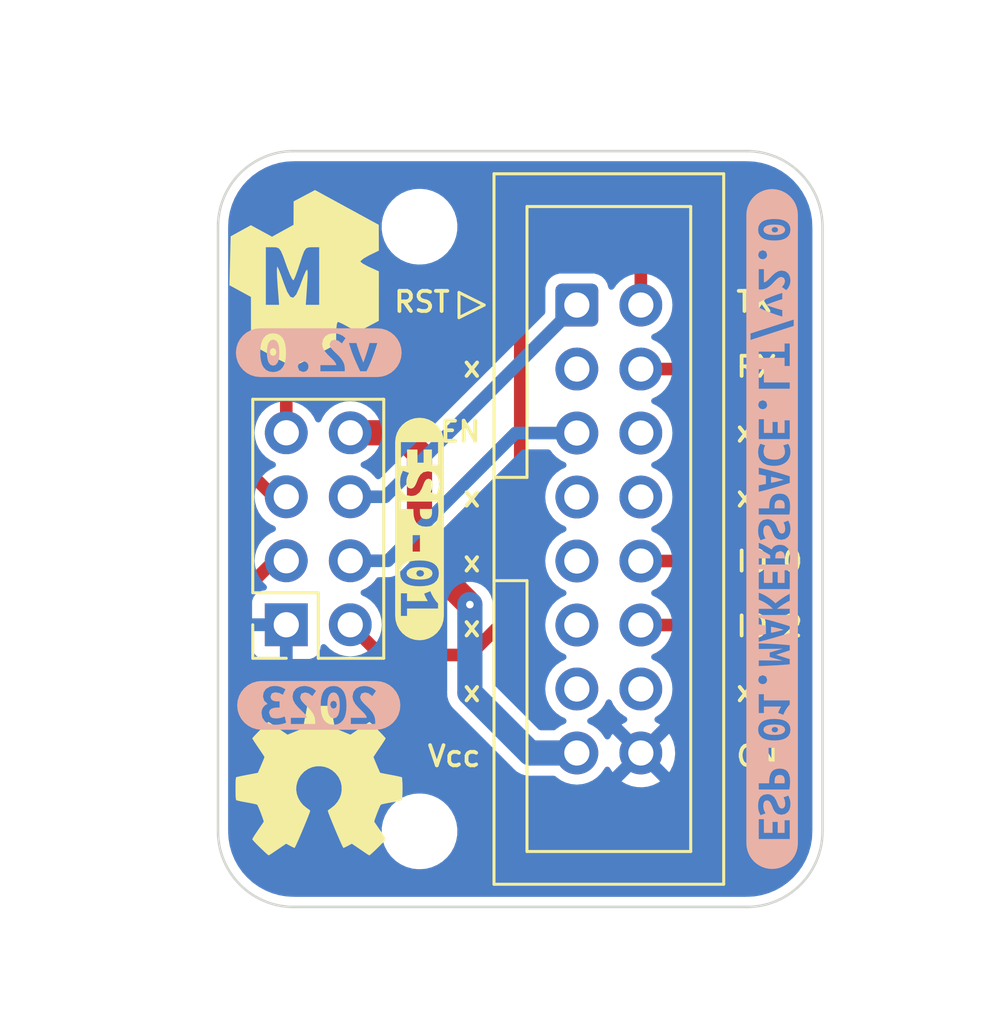
<source format=kicad_pcb>
(kicad_pcb (version 20211014) (generator pcbnew)
  (layers (0 "F.Cu" signal) (31 "B.Cu" signal) (34 "B.Paste" user) (35 "F.Paste" user) (36 "B.SilkS" user "B.Silkscreen") (37 "F.SilkS" user "F.Silkscreen") (38 "B.Mask" user) (39 "F.Mask" user) (44 "Edge.Cuts" user))
  (net 0 "")
  (net 1 "RST")
  (net 2 "TX")
  (net 4 "RX")
  (net 5 "EN")
  (net 10 "IO0")
  (net 12 "IO2")
  (net 15 "Vcc")
  (net 16 "GND")
  (footprint "-local:logo_kms_small_silkscreen" (layer "F.Cu") (at 163.5 105)
    (fp_text reference "G2" hide)
    (fp_text value "LOGO_KMS" hide)
  )
  (footprint "MountingHole:MountingHole_2.2mm_M2" (layer "F.Cu") (at 168.5 127)
    (fp_text reference "REF**" hide)
    (fp_text value "MountingHole_2.2mm_M2")
    (pad "" np_thru_hole circle (at 0 0) (size 2.2 2.2) (drill 2.2) (layers *.Cu *.Mask))
  )
  (footprint "kibuzzard-64333B2E" (layer "F.Cu") (at 168.5 115 -90)
    (fp_text reference "kibuzzard-64333B2E" hide)
    (fp_text value "G***" hide)
  )
  (footprint "-local:PinSocket_2x04_P2.54mm_Vertical" (layer "F.Cu") (at 163.21 118.8 180)
    (fp_text reference "J1")
    (fp_text value "esp-01")
    (pad "1" thru_hole rect (at 0 0 180) (size 1.7 1.7) (drill 1) (layers *.Cu *.Mask) (net 16 "GND"))
    (pad "2" thru_hole oval (at 0 2.54 180) (size 1.7 1.7) (drill 1) (layers *.Cu *.Mask) (net 12 "IO2"))
    (pad "3" thru_hole oval (at 0 5.08 180) (size 1.7 1.7) (drill 1) (layers *.Cu *.Mask) (net 10 "IO0"))
    (pad "4" thru_hole oval (at 0 7.62 180) (size 1.7 1.7) (drill 1) (layers *.Cu *.Mask) (net 4 "RX"))
    (pad "5" thru_hole oval (at -2.54 7.62 180) (size 1.7 1.7) (drill 1) (layers *.Cu *.Mask) (net 15 "Vcc"))
    (pad "6" thru_hole oval (at -2.54 5.08 180) (size 1.7 1.7) (drill 1) (layers *.Cu *.Mask) (net 1 "RST"))
    (pad "7" thru_hole oval (at -2.54 2.54 180) (size 1.7 1.7) (drill 1) (layers *.Cu *.Mask) (net 5 "EN"))
    (pad "8" thru_hole oval (at -2.54 0 180) (size 1.7 1.7) (drill 1) (layers *.Cu *.Mask) (net 2 "TX"))
  )
  (footprint "Symbol:OSHW-Symbol_6.7x6mm_SilkScreen" (layer "F.Cu") (at 164.5 125)
    (fp_text reference "G1" hide)
    (fp_text value "Logo_Open_Hardware_Large" hide)
  )
  (footprint "MountingHole:MountingHole_2.2mm_M2" (layer "F.Cu") (at 168.5 103)
    (fp_text reference "REF**" hide)
    (fp_text value "MountingHole_2.2mm_M2")
    (pad "" np_thru_hole circle (at 0 0) (size 2.2 2.2) (drill 2.2) (layers *.Cu *.Mask))
  )
  (footprint "Connector_IDC:IDC-Header_2x08_P2.54mm_Vertical" (layer "F.Cu") (at 174.7475 106.11)
    (fp_text reference "J2" hide)
    (fp_text value "flasher")
    (pad "1" thru_hole roundrect (at 0 0) (size 1.7 1.7) (drill 1) (layers *.Cu *.Mask) (roundrect_rratio 0.147059) (net 1 "RST"))
    (pad "2" thru_hole circle (at 2.54 0) (size 1.7 1.7) (drill 1) (layers *.Cu *.Mask) (net 2 "TX"))
    (pad "3" thru_hole circle (at 0 2.54) (size 1.7 1.7) (drill 1) (layers *.Cu *.Mask))
    (pad "4" thru_hole circle (at 2.54 2.54) (size 1.7 1.7) (drill 1) (layers *.Cu *.Mask) (net 4 "RX"))
    (pad "5" thru_hole circle (at 0 5.08) (size 1.7 1.7) (drill 1) (layers *.Cu *.Mask) (net 5 "EN"))
    (pad "6" thru_hole circle (at 2.54 5.08) (size 1.7 1.7) (drill 1) (layers *.Cu *.Mask))
    (pad "7" thru_hole circle (at 0 7.62) (size 1.7 1.7) (drill 1) (layers *.Cu *.Mask))
    (pad "8" thru_hole circle (at 2.54 7.62) (size 1.7 1.7) (drill 1) (layers *.Cu *.Mask))
    (pad "9" thru_hole circle (at 0 10.16) (size 1.7 1.7) (drill 1) (layers *.Cu *.Mask))
    (pad "10" thru_hole circle (at 2.54 10.16) (size 1.7 1.7) (drill 1) (layers *.Cu *.Mask) (net 10 "IO0"))
    (pad "11" thru_hole circle (at 0 12.7) (size 1.7 1.7) (drill 1) (layers *.Cu *.Mask))
    (pad "12" thru_hole circle (at 2.54 12.7) (size 1.7 1.7) (drill 1) (layers *.Cu *.Mask) (net 12 "IO2"))
    (pad "13" thru_hole circle (at 0 15.24) (size 1.7 1.7) (drill 1) (layers *.Cu *.Mask))
    (pad "14" thru_hole circle (at 2.54 15.24) (size 1.7 1.7) (drill 1) (layers *.Cu *.Mask))
    (pad "15" thru_hole circle (at 0 17.78) (size 1.7 1.7) (drill 1) (layers *.Cu *.Mask) (net 15 "Vcc"))
    (pad "16" thru_hole circle (at 2.54 17.78) (size 1.7 1.7) (drill 1) (layers *.Cu *.Mask) (net 16 "GND"))
  )
  (footprint "kibuzzard-643343D4" (layer "B.Cu") (at 182.5 115 90)
    (fp_text reference "kibuzzard-643343D4" hide)
    (fp_text value "G***" hide)
  )
  (footprint "kibuzzard-642C03EC" (layer "B.Cu") (at 164.5 108 180)
    (fp_text reference "kibuzzard-642C03EC" hide)
    (fp_text value "G***" hide)
  )
  (footprint "kibuzzard-642C03F5" (layer "B.Cu") (at 164.5 122 180)
    (fp_text reference "kibuzzard-642C03F5" hide)
    (fp_text value "G***" hide)
  )
  (gr_line (start 163.5 130) (end 181.5 130) (layer "Edge.Cuts") (width 0.1))
  (gr_line (start 184.5 127) (end 184.5 103) (layer "Edge.Cuts") (width 0.1))
  (gr_line (start 160.5 103) (end 160.5 127) (layer "Edge.Cuts") (width 0.1))
  (gr_arc (start 160.5 103) (mid 161.37868 100.87868) (end 163.5 100) (layer "Edge.Cuts") (width 0.1))
  (gr_arc (start 163.5 130) (mid 161.37868 129.12132) (end 160.5 127) (layer "Edge.Cuts") (width 0.1))
  (gr_arc (start 181.5 100) (mid 183.62132 100.87868) (end 184.5 103) (layer "Edge.Cuts") (width 0.1))
  (gr_line (start 181.5 100) (end 163.5 100) (layer "Edge.Cuts") (width 0.1))
  (gr_arc (start 184.5 127) (mid 183.62132 129.12132) (end 181.5 130) (layer "Edge.Cuts") (width 0.1))
  (gr_text "RST  \n\nx\n\nEN\n\nx\n\nx\n\nx\n\nx\n\nVcc" (at 171 115) (layer "F.SilkS") (effects (font (size 0.8 0.8)) (justify right)))
  (gr_text "TX\n\nRX\n\nx\n\nx\n\nIO 0\n\nIO 2\n\nx\n\nGND" (at 181 115) (layer "F.SilkS") (effects (font (size 0.8 0.8)) (justify left)))
  (segment (start 167.1375 113.72) (end 174.7475 106.11) (width 0.5) (layer "B.Cu") (net 1))
  (segment (start 165.75 113.72) (end 167.1375 113.72) (width 0.5) (layer "B.Cu") (net 1))
  (segment (start 177.2875 104.7875) (end 177.2875 106.11) (width 0.5) (layer "F.Cu") (net 2))
  (segment (start 176.5 104) (end 177.2875 104.7875) (width 0.5) (layer "F.Cu") (net 2))
  (segment (start 172.5 118) (end 172.5 106.244975) (width 0.5) (layer "F.Cu") (net 2))
  (segment (start 174 104) (end 176.5 104) (width 0.5) (layer "F.Cu") (net 2))
  (segment (start 170.5 120) (end 172.5 118) (width 0.5) (layer "F.Cu") (net 2))
  (segment (start 173 105) (end 174 104) (width 0.5) (layer "F.Cu") (net 2))
  (segment (start 172.5 106.244975) (end 173 105.744975) (width 0.5) (layer "F.Cu") (net 2))
  (segment (start 166.95 120) (end 170.5 120) (width 0.5) (layer "F.Cu") (net 2))
  (segment (start 173 105.744975) (end 173 105) (width 0.5) (layer "F.Cu") (net 2))
  (segment (start 165.75 118.8) (end 166.95 120) (width 0.5) (layer "F.Cu") (net 2))
  (segment (start 177.5 103) (end 179.5 105) (width 0.5) (layer "F.Cu") (net 4))
  (segment (start 172 104.5) (end 173.5 103) (width 0.5) (layer "F.Cu") (net 4))
  (segment (start 169.5 107.5) (end 172 105) (width 0.5) (layer "F.Cu") (net 4))
  (segment (start 173.5 103) (end 177.5 103) (width 0.5) (layer "F.Cu") (net 4))
  (segment (start 163.21 109.29) (end 165 107.5) (width 0.5) (layer "F.Cu") (net 4))
  (segment (start 165 107.5) (end 169.5 107.5) (width 0.5) (layer "F.Cu") (net 4))
  (segment (start 179.5 108) (end 178.85 108.65) (width 0.5) (layer "F.Cu") (net 4))
  (segment (start 172 105) (end 172 104.5) (width 0.5) (layer "F.Cu") (net 4))
  (segment (start 179.5 105) (end 179.5 108) (width 0.5) (layer "F.Cu") (net 4))
  (segment (start 163.21 111.18) (end 163.21 109.29) (width 0.5) (layer "F.Cu") (net 4))
  (segment (start 178.85 108.65) (end 177.2875 108.65) (width 0.5) (layer "F.Cu") (net 4))
  (segment (start 165.75 116.26) (end 167.24 116.26) (width 0.5) (layer "B.Cu") (net 5))
  (segment (start 172.31 111.19) (end 174.7475 111.19) (width 0.5) (layer "B.Cu") (net 5))
  (segment (start 167.24 116.26) (end 172.31 111.19) (width 0.5) (layer "B.Cu") (net 5))
  (segment (start 161.5 109) (end 164.5 106) (width 0.5) (layer "F.Cu") (net 10))
  (segment (start 178.5 102) (end 180.5 104) (width 0.5) (layer "F.Cu") (net 10))
  (segment (start 180.5 104) (end 180.5 115) (width 0.5) (layer "F.Cu") (net 10))
  (segment (start 173 102) (end 178.5 102) (width 0.5) (layer "F.Cu") (net 10))
  (segment (start 162.715 113.72) (end 161.5 112.505) (width 0.5) (layer "F.Cu") (net 10))
  (segment (start 164.5 106) (end 169.5 106) (width 0.5) (layer "F.Cu") (net 10))
  (segment (start 161.5 112.505) (end 161.5 109) (width 0.5) (layer "F.Cu") (net 10))
  (segment (start 169.5 106) (end 171 104.5) (width 0.5) (layer "F.Cu") (net 10))
  (segment (start 163.21 113.72) (end 162.715 113.72) (width 0.5) (layer "F.Cu") (net 10))
  (segment (start 171 104.5) (end 171 104) (width 0.5) (layer "F.Cu") (net 10))
  (segment (start 180.5 115) (end 179.23 116.27) (width 0.5) (layer "F.Cu") (net 10))
  (segment (start 179.23 116.27) (end 177.2875 116.27) (width 0.5) (layer "F.Cu") (net 10))
  (segment (start 171 104) (end 173 102) (width 0.5) (layer "F.Cu") (net 10))
  (segment (start 179.31 118.81) (end 177.2875 118.81) (width 0.5) (layer "F.Cu") (net 12))
  (segment (start 163.21 116.26) (end 162.725 116.26) (width 0.5) (layer "F.Cu") (net 12))
  (segment (start 161.5 121) (end 162.5 122) (width 0.5) (layer "F.Cu") (net 12))
  (segment (start 162.5 122) (end 168.5 122) (width 0.5) (layer "F.Cu") (net 12))
  (segment (start 162.725 116.26) (end 161.5 117.485) (width 0.5) (layer "F.Cu") (net 12))
  (segment (start 172.5 126) (end 178.5 126) (width 0.5) (layer "F.Cu") (net 12))
  (segment (start 180.5 124) (end 180.5 120) (width 0.5) (layer "F.Cu") (net 12))
  (segment (start 161.5 117.485) (end 161.5 121) (width 0.5) (layer "F.Cu") (net 12))
  (segment (start 178.5 126) (end 180.5 124) (width 0.5) (layer "F.Cu") (net 12))
  (segment (start 168.5 122) (end 172.5 126) (width 0.5) (layer "F.Cu") (net 12))
  (segment (start 180.5 120) (end 179.31 118.81) (width 0.5) (layer "F.Cu") (net 12))
  (segment (start 170.5 118) (end 168.5 116) (width 1) (layer "F.Cu") (net 15))
  (segment (start 168.5 112) (end 167.68 111.18) (width 1) (layer "F.Cu") (net 15))
  (segment (start 167.68 111.18) (end 165.75 111.18) (width 1) (layer "F.Cu") (net 15))
  (segment (start 168.5 116) (end 168.5 112) (width 1) (layer "F.Cu") (net 15))
  (via (at 170.5 118) (size 0.7) (drill 0.3) (layers "F.Cu" "B.Cu") (net 15))
  (segment (start 170.5 121.5) (end 172.89 123.89) (width 1) (layer "B.Cu") (net 15))
  (segment (start 172.89 123.89) (end 174.7475 123.89) (width 1) (layer "B.Cu") (net 15))
  (segment (start 170.5 118) (end 170.5 121.5) (width 1) (layer "B.Cu") (net 15))
  (zone (net 16) (net_name "GND") (layer "B.Cu") (connect_pads (clearance 0.4)) (min_thickness 0.254) (fill yes (thermal_gap 0.508) (thermal_bridge_width 0.508))
    (polygon (pts (xy 185.5 131) (xy 159.5 131) (xy 159.5 99) (xy 185.5 99)))
  )
)
</source>
